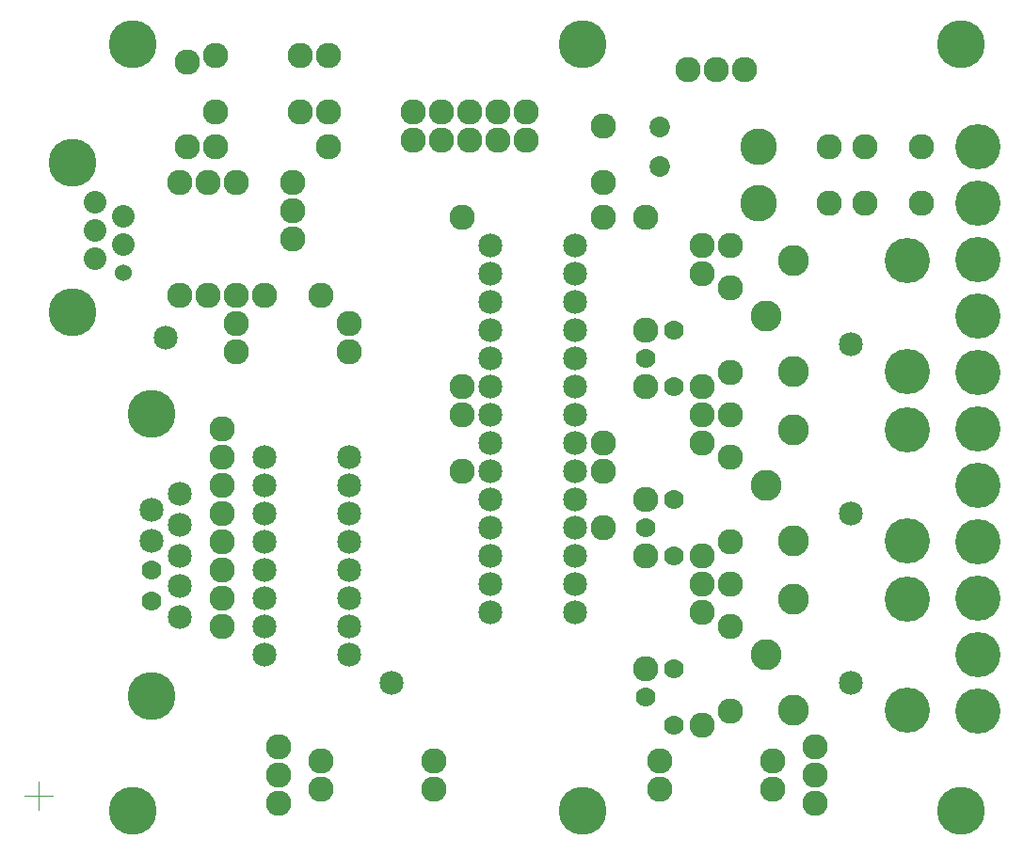
<source format=gts>
G04 CAM350  V5.0 Date:  Tue Dec 20 12:58:55 2011 *
G04 Database: g:\clients\patrick brunet\mini-optimiseur\retouche\mini_optimiser_cam350.pcb *
G04 Layer 5: MiniOptimiseurS *
%FSLAX24Y24*%
%MOIN*%
%SFA1.000B1.000*%

%MIA0B0*%
%IPPOS*%
%ADD13C,0.00200*%
%ADD18C,0.06000*%
%ADD70C,0.08500*%
%ADD71C,0.07300*%
%ADD20C,0.08000*%
%ADD21C,0.07000*%
%ADD73C,0.13000*%
%ADD32C,0.09000*%
%ADD37C,0.17000*%
%ADD38C,0.16000*%
%ADD39C,0.11000*%
%LNMiniOptimiseurS*%
%SRX1Y1I0J0*%
G54D13*
%LPD*%
G54D32*
X25500Y27250D03*
X26500D03*
X24500D03*
X7750Y27750D03*
Y25750D03*
X10750Y27750D03*
Y25750D03*
G54D20*
X4500Y21050D03*
Y22050D03*
G54D18*
Y20050D03*
G54D20*
X3500Y22550D03*
Y21550D03*
Y20550D03*
G54D37*
X2700Y18650D03*
Y23950D03*
G54D32*
X30750Y22500D03*
X32750Y24500D03*
X30750D03*
X32750Y22500D03*
X23000Y12000D03*
Y16000D03*
Y18000D03*
Y22000D03*
X25000Y14000D03*
Y10000D03*
X7750Y24500D03*
X11750D03*
X25000Y20000D03*
Y16000D03*
X23000Y6000D03*
Y10000D03*
X25000Y8000D03*
Y4000D03*
X8500Y23250D03*
Y19250D03*
X7500Y23250D03*
Y19250D03*
X6500Y23250D03*
Y19250D03*
X8500Y17250D03*
X12500D03*
Y18250D03*
X8500D03*
X27500Y2750D03*
X23500D03*
X27500Y1750D03*
X23500D03*
X11500D03*
X15500D03*
X11500Y2750D03*
X15500D03*
X14750Y24750D03*
Y25750D03*
X15750Y24750D03*
Y25750D03*
X16750Y24750D03*
Y25750D03*
X17750Y24750D03*
Y25750D03*
X18750Y24750D03*
Y25750D03*
X26000Y21000D03*
X25000D03*
X26000Y15000D03*
X25000D03*
X26000Y9000D03*
X25000D03*
G54D73*
X27000Y22500D03*
Y24500D03*
G54D71*
X23500Y23800D03*
Y25200D03*
G54D32*
X8000Y12500D03*
Y11500D03*
Y13500D03*
Y14500D03*
Y10500D03*
Y9500D03*
Y7500D03*
Y8500D03*
X29000Y3250D03*
Y1250D03*
Y2250D03*
X10000Y1250D03*
Y3250D03*
Y2250D03*
G54D70*
X9500Y13500D03*
Y12500D03*
Y11500D03*
Y10500D03*
Y9500D03*
Y8500D03*
Y7500D03*
Y6500D03*
X12500D03*
Y7500D03*
Y8500D03*
Y9500D03*
Y10500D03*
Y11500D03*
Y12500D03*
Y13500D03*
G54D37*
X5500Y15050D03*
Y5050D03*
G54D70*
X6500Y7850D03*
Y8950D03*
Y10000D03*
Y11100D03*
Y12200D03*
G54D21*
X5500Y8400D03*
Y9500D03*
G54D70*
Y10550D03*
Y11650D03*
G54D32*
X26000Y7500D03*
Y4500D03*
Y13500D03*
Y10500D03*
X6750Y24500D03*
Y27500D03*
X26000Y19500D03*
Y16500D03*
X11750Y25750D03*
Y27750D03*
X21500Y23250D03*
Y25250D03*
X29500Y22500D03*
Y24500D03*
X11500Y19250D03*
X9500D03*
X21500Y13000D03*
Y11000D03*
X16500Y15000D03*
Y13000D03*
G54D70*
X20500Y8000D03*
Y9000D03*
Y10000D03*
Y11000D03*
Y12000D03*
Y13000D03*
Y14000D03*
Y15000D03*
Y16000D03*
Y17000D03*
Y18000D03*
Y19000D03*
Y20000D03*
Y21000D03*
X17500D03*
Y20000D03*
Y19000D03*
Y18000D03*
Y17000D03*
Y16000D03*
Y15000D03*
Y14000D03*
Y13000D03*
Y12000D03*
Y11000D03*
Y10000D03*
Y9000D03*
Y8000D03*
G54D21*
X23000Y17000D03*
X24000Y18000D03*
Y16000D03*
X23000Y11000D03*
X24000Y12000D03*
Y10000D03*
G54D32*
X10500Y23250D03*
Y22250D03*
Y21250D03*
G54D21*
X23000Y5000D03*
X24000Y6000D03*
Y4000D03*
G54D32*
X21500Y22000D03*
Y14000D03*
X16500Y22000D03*
Y16000D03*
G54D37*
X4825Y28144D03*
X20770D03*
X34156D03*
X4825Y978D03*
X20770D03*
X34156D03*
G54D38*
X34750Y16500D03*
Y18500D03*
Y20500D03*
Y10500D03*
Y12500D03*
Y14500D03*
Y4500D03*
Y6500D03*
Y8500D03*
Y22500D03*
Y24500D03*
G54D70*
X6000Y17750D03*
X14000Y5500D03*
G54D38*
X32244Y20468D03*
Y16532D03*
Y14468D03*
Y10532D03*
Y8468D03*
Y4532D03*
G54D39*
X28229Y20468D03*
X27245Y18500D03*
X28229Y16532D03*
Y14468D03*
X27245Y12500D03*
X28229Y10532D03*
Y8468D03*
X27245Y6500D03*
X28229Y4532D03*
G54D70*
X30250Y5500D03*
Y11500D03*
Y17500D03*
G54D13*
X1500Y1995D02*
G01Y995D01*
X1000Y1495D02*
G01X2000D01*
M02*

</source>
